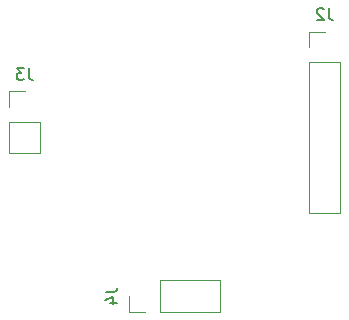
<source format=gbr>
%TF.GenerationSoftware,KiCad,Pcbnew,7.0.8*%
%TF.CreationDate,2023-12-05T19:13:38+00:00*%
%TF.ProjectId,multisensor,6d756c74-6973-4656-9e73-6f722e6b6963,rev?*%
%TF.SameCoordinates,Original*%
%TF.FileFunction,Legend,Bot*%
%TF.FilePolarity,Positive*%
%FSLAX46Y46*%
G04 Gerber Fmt 4.6, Leading zero omitted, Abs format (unit mm)*
G04 Created by KiCad (PCBNEW 7.0.8) date 2023-12-05 19:13:38*
%MOMM*%
%LPD*%
G01*
G04 APERTURE LIST*
%ADD10C,0.150000*%
%ADD11C,0.120000*%
G04 APERTURE END LIST*
D10*
X147519819Y-114261666D02*
X148234104Y-114261666D01*
X148234104Y-114261666D02*
X148376961Y-114214047D01*
X148376961Y-114214047D02*
X148472200Y-114118809D01*
X148472200Y-114118809D02*
X148519819Y-113975952D01*
X148519819Y-113975952D02*
X148519819Y-113880714D01*
X147853152Y-115166428D02*
X148519819Y-115166428D01*
X147472200Y-114928333D02*
X148186485Y-114690238D01*
X148186485Y-114690238D02*
X148186485Y-115309285D01*
X141008333Y-95299819D02*
X141008333Y-96014104D01*
X141008333Y-96014104D02*
X141055952Y-96156961D01*
X141055952Y-96156961D02*
X141151190Y-96252200D01*
X141151190Y-96252200D02*
X141294047Y-96299819D01*
X141294047Y-96299819D02*
X141389285Y-96299819D01*
X140627380Y-95299819D02*
X140008333Y-95299819D01*
X140008333Y-95299819D02*
X140341666Y-95680771D01*
X140341666Y-95680771D02*
X140198809Y-95680771D01*
X140198809Y-95680771D02*
X140103571Y-95728390D01*
X140103571Y-95728390D02*
X140055952Y-95776009D01*
X140055952Y-95776009D02*
X140008333Y-95871247D01*
X140008333Y-95871247D02*
X140008333Y-96109342D01*
X140008333Y-96109342D02*
X140055952Y-96204580D01*
X140055952Y-96204580D02*
X140103571Y-96252200D01*
X140103571Y-96252200D02*
X140198809Y-96299819D01*
X140198809Y-96299819D02*
X140484523Y-96299819D01*
X140484523Y-96299819D02*
X140579761Y-96252200D01*
X140579761Y-96252200D02*
X140627380Y-96204580D01*
X166408333Y-90224819D02*
X166408333Y-90939104D01*
X166408333Y-90939104D02*
X166455952Y-91081961D01*
X166455952Y-91081961D02*
X166551190Y-91177200D01*
X166551190Y-91177200D02*
X166694047Y-91224819D01*
X166694047Y-91224819D02*
X166789285Y-91224819D01*
X165979761Y-90320057D02*
X165932142Y-90272438D01*
X165932142Y-90272438D02*
X165836904Y-90224819D01*
X165836904Y-90224819D02*
X165598809Y-90224819D01*
X165598809Y-90224819D02*
X165503571Y-90272438D01*
X165503571Y-90272438D02*
X165455952Y-90320057D01*
X165455952Y-90320057D02*
X165408333Y-90415295D01*
X165408333Y-90415295D02*
X165408333Y-90510533D01*
X165408333Y-90510533D02*
X165455952Y-90653390D01*
X165455952Y-90653390D02*
X166027380Y-91224819D01*
X166027380Y-91224819D02*
X165408333Y-91224819D01*
D11*
%TO.C,J4*%
X157245000Y-113265000D02*
X157245000Y-115925000D01*
X152105000Y-113265000D02*
X157245000Y-113265000D01*
X152105000Y-113265000D02*
X152105000Y-115925000D01*
X149505000Y-114595000D02*
X149505000Y-115925000D01*
X152105000Y-115925000D02*
X157245000Y-115925000D01*
X149505000Y-115925000D02*
X150835000Y-115925000D01*
%TO.C,J3*%
X142005000Y-102485000D02*
X139345000Y-102485000D01*
X142005000Y-99885000D02*
X142005000Y-102485000D01*
X142005000Y-99885000D02*
X139345000Y-99885000D01*
X140675000Y-97285000D02*
X139345000Y-97285000D01*
X139345000Y-99885000D02*
X139345000Y-102485000D01*
X139345000Y-97285000D02*
X139345000Y-98615000D01*
%TO.C,J2*%
X167405000Y-107570000D02*
X164745000Y-107570000D01*
X167405000Y-94810000D02*
X167405000Y-107570000D01*
X167405000Y-94810000D02*
X164745000Y-94810000D01*
X166075000Y-92210000D02*
X164745000Y-92210000D01*
X164745000Y-94810000D02*
X164745000Y-107570000D01*
X164745000Y-92210000D02*
X164745000Y-93540000D01*
%TD*%
M02*

</source>
